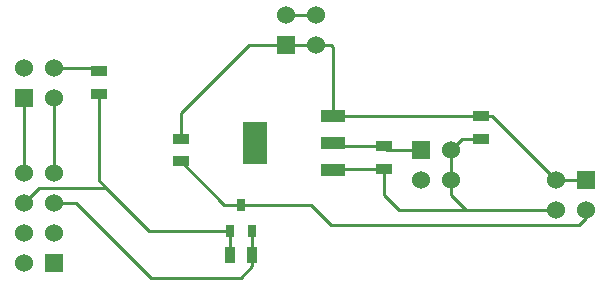
<source format=gtl>
G04 (created by PCBNEW (2013-may-18)-stable) date Wed 29 Apr 2015 02:25:17 AM PDT*
%MOIN*%
G04 Gerber Fmt 3.4, Leading zero omitted, Abs format*
%FSLAX34Y34*%
G01*
G70*
G90*
G04 APERTURE LIST*
%ADD10C,0.00590551*%
%ADD11R,0.0315X0.0394*%
%ADD12R,0.08X0.144*%
%ADD13R,0.08X0.04*%
%ADD14R,0.055X0.035*%
%ADD15R,0.035X0.055*%
%ADD16R,0.06X0.06*%
%ADD17C,0.06*%
%ADD18C,0.01*%
G04 APERTURE END LIST*
G54D10*
G54D11*
X28000Y-23317D03*
X28375Y-24183D03*
X27625Y-24183D03*
G54D12*
X28450Y-21250D03*
G54D13*
X31050Y-21250D03*
X31050Y-20350D03*
X31050Y-22150D03*
G54D14*
X23250Y-19625D03*
X23250Y-18875D03*
X32750Y-21375D03*
X32750Y-22125D03*
X36000Y-20375D03*
X36000Y-21125D03*
G54D15*
X27625Y-25000D03*
X28375Y-25000D03*
G54D14*
X26000Y-21125D03*
X26000Y-21875D03*
G54D16*
X21750Y-25250D03*
G54D17*
X20750Y-25250D03*
X21750Y-24250D03*
X20750Y-24250D03*
X21750Y-23250D03*
X20750Y-23250D03*
X21750Y-22250D03*
X20750Y-22250D03*
G54D16*
X29500Y-18000D03*
G54D17*
X29500Y-17000D03*
X30500Y-18000D03*
X30500Y-17000D03*
G54D16*
X34000Y-21500D03*
G54D17*
X35000Y-21500D03*
X34000Y-22500D03*
X35000Y-22500D03*
G54D16*
X39500Y-22500D03*
G54D17*
X39500Y-23500D03*
X38500Y-22500D03*
X38500Y-23500D03*
G54D16*
X20750Y-19750D03*
G54D17*
X20750Y-18750D03*
X21750Y-19750D03*
X21750Y-18750D03*
G54D18*
X23250Y-19625D02*
X23250Y-22500D01*
X23250Y-22500D02*
X23500Y-22750D01*
X27625Y-24183D02*
X27625Y-25000D01*
X20750Y-23250D02*
X21250Y-22750D01*
X24933Y-24183D02*
X27625Y-24183D01*
X23500Y-22750D02*
X24933Y-24183D01*
X22500Y-22750D02*
X23500Y-22750D01*
X21250Y-22750D02*
X22500Y-22750D01*
X34000Y-21500D02*
X32875Y-21500D01*
X32875Y-21500D02*
X32750Y-21375D01*
X32750Y-21375D02*
X31175Y-21375D01*
X31175Y-21375D02*
X31050Y-21250D01*
X36000Y-20375D02*
X31075Y-20375D01*
X31075Y-20375D02*
X31050Y-20350D01*
X36000Y-20375D02*
X36375Y-20375D01*
X36375Y-20375D02*
X38500Y-22500D01*
X39500Y-22500D02*
X38500Y-22500D01*
X30500Y-18000D02*
X31000Y-18000D01*
X31000Y-18000D02*
X31050Y-18050D01*
X31050Y-18050D02*
X31050Y-20350D01*
X30500Y-18000D02*
X29500Y-18000D01*
X26000Y-21125D02*
X26000Y-20250D01*
X28250Y-18000D02*
X29500Y-18000D01*
X26000Y-20250D02*
X28250Y-18000D01*
X21750Y-22250D02*
X21750Y-21750D01*
X21750Y-21750D02*
X21750Y-19750D01*
X32750Y-22125D02*
X32750Y-23000D01*
X33250Y-23500D02*
X36000Y-23500D01*
X32750Y-23000D02*
X33250Y-23500D01*
X32750Y-22125D02*
X31075Y-22125D01*
X31075Y-22125D02*
X31050Y-22150D01*
X35000Y-22500D02*
X35000Y-23000D01*
X35000Y-23000D02*
X35500Y-23500D01*
X35500Y-23500D02*
X36000Y-23500D01*
X36000Y-23500D02*
X38500Y-23500D01*
X35000Y-21500D02*
X35000Y-22500D01*
X36000Y-21125D02*
X35375Y-21125D01*
X35375Y-21125D02*
X35000Y-21500D01*
X30500Y-17000D02*
X29500Y-17000D01*
X21750Y-18750D02*
X23125Y-18750D01*
X23125Y-18750D02*
X23250Y-18875D01*
X28000Y-23317D02*
X30317Y-23317D01*
X28000Y-23317D02*
X27442Y-23317D01*
X27442Y-23317D02*
X26000Y-21875D01*
X39500Y-23500D02*
X39500Y-23750D01*
X39500Y-23750D02*
X39250Y-24000D01*
X39250Y-24000D02*
X31000Y-24000D01*
X31000Y-24000D02*
X30317Y-23317D01*
X21750Y-23250D02*
X22500Y-23250D01*
X28375Y-25375D02*
X28375Y-25000D01*
X28000Y-25750D02*
X28375Y-25375D01*
X25000Y-25750D02*
X28000Y-25750D01*
X22500Y-23250D02*
X25000Y-25750D01*
X28375Y-24183D02*
X28375Y-25000D01*
X20750Y-22250D02*
X20750Y-21500D01*
X20750Y-19750D02*
X20750Y-21500D01*
X20750Y-21500D02*
X20750Y-21750D01*
M02*

</source>
